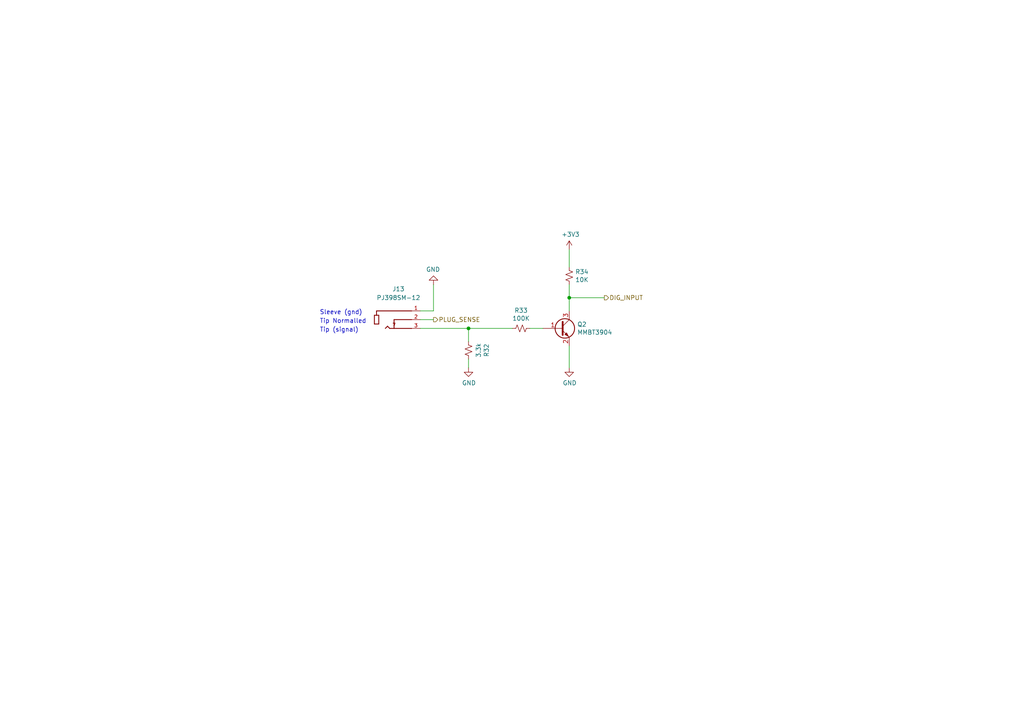
<source format=kicad_sch>
(kicad_sch (version 20211123) (generator eeschema)
  (paper "A4")
  (title_block (title "Lowstepper") (date "2021-03-06") (rev "1.0") (company "OkaySynthesizer") (comment 1 "Original design: Rafael Khan") (comment 2 "Engineer: Bhavesh Kakwani"))
  (lib_symbols
    (symbol "Device:R_Small_US" (pin_numbers hide) (pin_names (offset 0.254) hide)
      (property "Reference" "R" (at 0.762 0.508 0))
      (property "Value" "R_Small_US" (at 0.762 -1.016 0))
      (symbol "R_Small_US_1_1"
        (polyline (pts (xy 0 0) (xy 1.016 -0.381) (xy 0 -0.762) (xy -1.016 -1.143) (xy 0 -1.524)))
        (polyline (pts (xy 0 1.524) (xy 1.016 1.143) (xy 0 0.762) (xy -1.016 0.381) (xy 0 0)))
        (pin passive line (at 0 2.54 270) (length 1.016) (name "~") (number "1"))
        (pin passive line (at 0 -2.54 90) (length 1.016) (name "~") (number "2"))
      )
    )
    (symbol "PJ398SM-12:PJ398SM-12" (pin_names (offset 1.016) hide)
      (property "Reference" "J" (at -5.08 2.54 0))
      (property "Value" "PJ398SM-12" (at -5.08 -8.89 0))
      (symbol "PJ398SM-12_0_0"
        (polyline (pts (xy -5.715 -3.81) (xy -5.715 -1.27)) (stroke (width 0.254)))
        (polyline (pts (xy -5.715 -1.27) (xy -5.08 -1.27)) (stroke (width 0.254)))
        (polyline (pts (xy -5.08 -1.27) (xy -4.445 -1.27)) (stroke (width 0.254)))
        (polyline (pts (xy -5.08 0) (xy -5.08 -1.27)) (stroke (width 0.254)))
        (polyline (pts (xy -4.445 -3.81) (xy -5.715 -3.81)) (stroke (width 0.254)))
        (polyline (pts (xy -4.445 -1.27) (xy -4.445 -3.81)) (stroke (width 0.254)))
        (polyline (pts (xy -1.905 -4.445) (xy -2.54 -5.08)) (stroke (width 0.254)))
        (polyline (pts (xy -1.27 -5.08) (xy -1.905 -4.445)) (stroke (width 0.254)))
        (polyline (pts (xy 0 -2.54) (xy 0 -5.08)) (stroke (width 0.254)))
        (polyline (pts (xy 0 -2.54) (xy 5.08 -2.54)) (stroke (width 0.254)))
        (polyline (pts (xy 5.08 -5.08) (xy -1.27 -5.08)) (stroke (width 0.254)))
        (polyline (pts (xy 5.08 0) (xy -5.08 0)) (stroke (width 0.254)))
        (polyline (pts (xy 0 -4.318) (xy 0.254 -3.556) (xy -0.254 -3.556)) (stroke (width 0.254)) (fill (type background)))
        (pin passive line (at 7.62 0 180) (length 2.54) (name "~") (number "1"))
        (pin passive line (at 7.62 -2.54 180) (length 2.54) (name "~") (number "2"))
        (pin passive line (at 7.62 -5.08 180) (length 2.54) (name "~") (number "3"))
      )
    )
    (symbol "Transistor_BJT:MMBT3904" (pin_names (offset 0) hide)
      (property "Reference" "Q" (at 5.08 1.905 0))
      (property "Value" "MMBT3904" (at 5.08 0 0))
      (symbol "MMBT3904_0_1"
        (polyline (pts (xy 0.635 0.635) (xy 2.54 2.54)))
        (polyline (pts (xy 0.635 -0.635) (xy 2.54 -2.54) (xy 2.54 -2.54)))
        (polyline (pts (xy 0.635 1.905) (xy 0.635 -1.905) (xy 0.635 -1.905)) (stroke (width 0.508)))
        (polyline (pts (xy 1.27 -1.778) (xy 1.778 -1.27) (xy 2.286 -2.286) (xy 1.27 -1.778) (xy 1.27 -1.778)) (fill (type outline)))
        (circle (center 1.27 0) (radius 2.8194) (stroke (width 0.254)))
      )
      (symbol "MMBT3904_1_1"
        (pin input line (at -5.08 0 0) (length 5.715) (name "B") (number "1"))
        (pin passive line (at 2.54 -5.08 90) (length 2.54) (name "E") (number "2"))
        (pin passive line (at 2.54 5.08 270) (length 2.54) (name "C") (number "3"))
      )
    )
    (symbol "power:+3V3" (power) (pin_names (offset 0))
      (property "Value" "+3V3" (at 0 3.556 0))
      (symbol "+3V3_0_1"
        (polyline (pts (xy -0.762 1.27) (xy 0 2.54)))
        (polyline (pts (xy 0 0) (xy 0 2.54)))
        (polyline (pts (xy 0 2.54) (xy 0.762 1.27)))
      )
      (symbol "+3V3_1_1"
        (pin power_in line (at 0 0 90) (length 0) hide (name "+3V3") (number "1"))
      )
    )
    (symbol "power:GND" (power) (pin_names (offset 0))
      (property "Value" "GND" (at 0 -3.81 0))
      (symbol "GND_0_1"
        (polyline (pts (xy 0 0) (xy 0 -1.27) (xy 1.27 -1.27) (xy 0 -2.54) (xy -1.27 -1.27) (xy 0 -1.27)))
      )
      (symbol "GND_1_1"
        (pin power_in line (at 0 0 270) (length 0) hide (name "GND") (number "1"))
      )
    )
  )
  (junction (at 165.1 86.36))
  (junction (at 135.89 95.25))
  (wire (pts (xy 121.92 92.71) (xy 125.73 92.71)))
  (wire (pts (xy 135.89 95.25) (xy 148.59 95.25)))
  (wire (pts (xy 165.1 77.47) (xy 165.1 72.39)))
  (wire (pts (xy 125.73 90.17) (xy 125.73 82.55)))
  (wire (pts (xy 121.92 95.25) (xy 135.89 95.25)))
  (wire (pts (xy 121.92 90.17) (xy 125.73 90.17)))
  (wire (pts (xy 165.1 100.33) (xy 165.1 106.68)))
  (wire (pts (xy 153.67 95.25) (xy 157.48 95.25)))
  (wire (pts (xy 135.89 106.68) (xy 135.89 104.14)))
  (wire (pts (xy 135.89 99.06) (xy 135.89 95.25)))
  (wire (pts (xy 165.1 86.36) (xy 165.1 90.17)))
  (wire (pts (xy 165.1 82.55) (xy 165.1 86.36)))
  (wire (pts (xy 165.1 86.36) (xy 175.26 86.36)))
  (text "Tip (signal)" (at 92.71 96.52 0) (effects (font (size 1.27 1.27)) (justify left bottom)))
  (text "Tip Normalled" (at 92.71 93.98 0) (effects (font (size 1.27 1.27)) (justify left bottom)))
  (text "Sleeve (gnd)" (at 92.71 91.44 0) (effects (font (size 1.27 1.27)) (justify left bottom)))
  (hierarchical_label "DIG_INPUT" (shape output) (at 175.26 86.36 0))
  (hierarchical_label "PLUG_SENSE" (shape output) (at 125.73 92.71 0))
  (symbol (lib_id "Transistor_BJT:MMBT3904") (at 162.56 95.25 0)
    (property "Reference" "Q2" (at 167.4114 94.0816 0) (effects (justify left)))
    (property "Value" "MMBT3904" (at 167.4114 96.393 0) (effects (justify left)))
    (property "Footprint" "Package_TO_SOT_SMD:SOT-23" (effects hide))
    (property "Datasheet" "https://www.fairchildsemi.com/datasheets/2N/2N3904.pdf" (effects hide))
  )
  (symbol (lib_id "power:GND") (at 165.1 106.68 0)
    (property "Reference" "#PWR0147" (effects hide))
    (property "Value" "GND" (at 165.227 111.0742 0))
  )
  (symbol (lib_id "Device:R_Small_US") (at 151.13 95.25 270)
    (property "Reference" "R33" (at 151.13 90.043 90))
    (property "Value" "100K" (at 151.13 92.3544 90))
    (property "Footprint" "Resistor_SMD:R_0402_1005Metric" (effects hide))
  )
  (symbol (lib_id "Device:R_Small_US") (at 165.1 80.01 180)
    (property "Reference" "R34" (at 166.8272 78.8416 0) (effects (justify right)))
    (property "Value" "10K" (at 166.8272 81.153 0) (effects (justify right)))
    (property "Footprint" "Resistor_SMD:R_0402_1005Metric" (effects hide))
  )
  (symbol (lib_id "power:GND") (at 125.73 82.55 180)
    (property "Reference" "#PWR0149" (effects hide))
    (property "Value" "GND" (at 125.603 78.1558 0))
  )
  (symbol (lib_id "power:+3V3") (at 165.1 72.39 0)
    (property "Reference" "#PWR0150" (effects hide))
    (property "Value" "+3V3" (at 165.481 67.9958 0))
  )
  (symbol (lib_id "PJ398SM-12:PJ398SM-12") (at 114.3 90.17 0)
    (property "Reference" "J13" (at 115.57 83.82 0))
    (property "Value" "PJ398SM-12" (at 115.57 86.36 0))
    (property "Footprint" "THONK_PJ398SM-12" (effects hide))
    (property "MAXIMUM_PACKAGE_HEIGHT" "14.5 mm" (effects hide))
    (property "MANUFACTURER" "Thonk" (effects hide))
    (property "PARTREV" "1" (effects hide))
    (property "STANDARD" "Manufacturer Recommendations" (effects hide))
  )
  (symbol (lib_id "Device:R_Small_US") (at 135.89 101.6 180)
    (property "Reference" "R32" (at 141.097 101.6 90))
    (property "Value" "3.3k" (at 138.7856 101.6 90))
    (property "Footprint" "Resistor_SMD:R_0402_1005Metric" (effects hide))
  )
  (symbol (lib_id "power:GND") (at 135.89 106.68 0)
    (property "Reference" "#PWR0151" (effects hide))
    (property "Value" "GND" (at 136.017 111.0742 0))
  )
)
</source>
